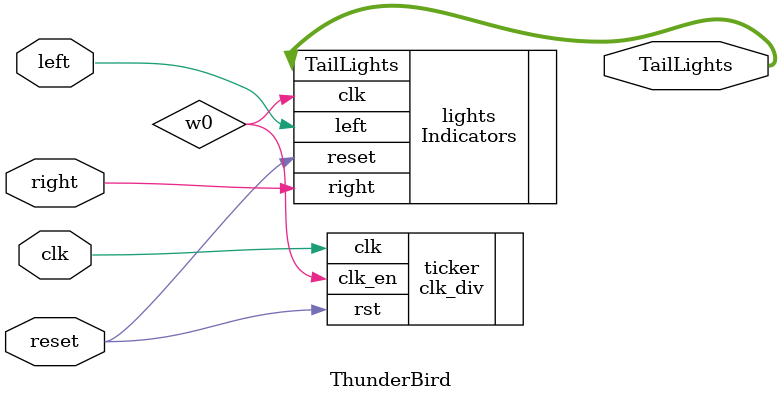
<source format=v>
module ThunderBird( input 	clk,
					input	left,
					input 	right,
					input 	reset,
					output	[5:0] TailLights);

	wire w0;

	clk_div ticker(	.clk(clk),
	                .rst(reset),
					.clk_en(w0));

	Indicators lights( 	.clk(w0),
						.left(left),
						.right(right),
						.reset(reset),
						.TailLights(TailLights));

endmodule
</source>
